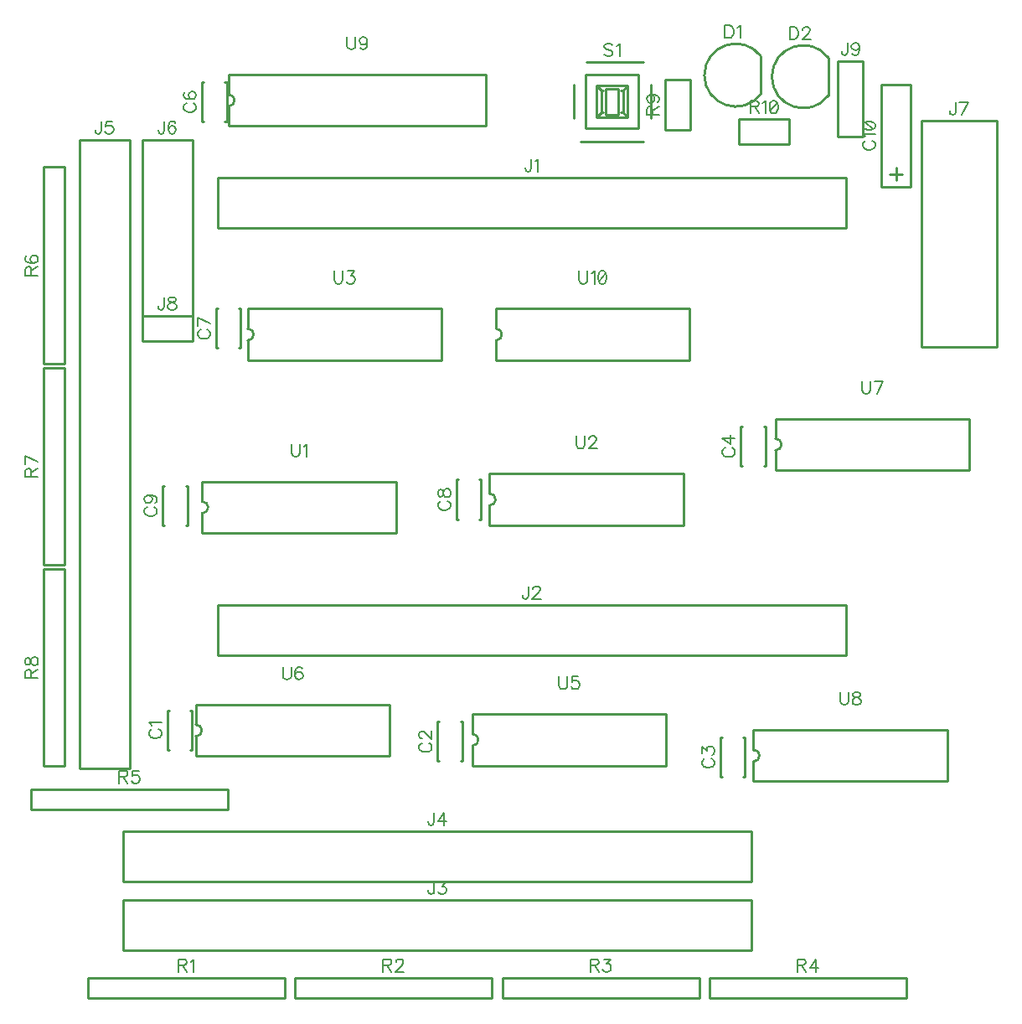
<source format=gto>
G04 DipTrace 2.3.1.0*
%INPERTEC-SCSI.GTO*%
%MOMM*%
%ADD10C,0.25*%
%ADD68C,0.196*%
%FSLAX53Y53*%
G04*
G71*
G90*
G75*
G01*
%LNTopSilk*%
%LPD*%
X31280Y96050D2*
D10*
X94780D1*
Y90970D1*
X31280D1*
Y96050D1*
Y52870D2*
X94780D1*
Y47790D1*
X31280D1*
Y52870D1*
X21755Y23025D2*
X85255D1*
Y17945D1*
X21755D1*
Y23025D1*
Y30010D2*
X85255D1*
Y24930D1*
X21755D1*
Y30010D1*
X22390Y99860D2*
Y36360D1*
X17310D1*
Y99860D1*
X22390D1*
X29732Y65299D2*
X49332D1*
Y60099D2*
Y65299D1*
X29732Y60099D2*
X49332D1*
X29732D2*
Y62099D1*
Y65299D2*
Y63298D1*
Y62099D2*
G03X29732Y63298I0J600D01*
G01*
X58786Y66092D2*
X78386D1*
Y60893D2*
Y66092D1*
X58786Y60893D2*
X78386D1*
X58786D2*
Y62893D1*
Y66092D2*
Y64092D1*
Y62893D2*
G03X58786Y64092I0J600D01*
G01*
X34336Y82763D2*
X53936D1*
Y77563D2*
Y82763D1*
X34336Y77563D2*
X53936D1*
X34336D2*
Y79563D1*
Y82763D2*
Y80763D1*
Y79563D2*
G03X34336Y80763I0J600D01*
G01*
X57040Y41801D2*
X76640D1*
Y36601D2*
Y41801D1*
X57040Y36601D2*
X76640D1*
X57040D2*
Y38602D1*
Y41801D2*
Y39801D1*
Y38602D2*
G03X57040Y39801I0J600D01*
G01*
X29100Y42760D2*
X48700D1*
Y37560D2*
Y42760D1*
X29100Y37560D2*
X48700D1*
X29100D2*
Y39560D1*
Y42760D2*
Y40760D1*
Y39560D2*
G03X29100Y40760I0J600D01*
G01*
X87682Y71649D2*
X107282D1*
Y66449D2*
Y71649D1*
X87682Y66449D2*
X107282D1*
X87682D2*
Y68450D1*
Y71649D2*
Y69649D1*
Y68450D2*
G03X87682Y69649I0J600D01*
G01*
X85459Y40213D2*
X105059D1*
Y35014D2*
Y40213D1*
X85459Y35014D2*
X105059D1*
X85459D2*
Y37014D1*
Y40213D2*
Y38213D1*
Y37014D2*
G03X85459Y38213I0J600D01*
G01*
X32406Y106419D2*
X58406D1*
Y101219D2*
Y106419D1*
X32406Y101219D2*
X58406D1*
X32406D2*
Y103220D1*
Y106419D2*
Y104419D1*
Y103220D2*
G03X32406Y104419I-2J600D01*
G01*
X28720Y38171D2*
X28540D1*
X26400D2*
X26220D1*
X26400Y42169D2*
X26220D1*
X28720D2*
X28540D1*
X26220Y38171D2*
Y42169D1*
X28720Y38171D2*
Y42169D1*
X56024Y37054D2*
X55844D1*
X53704D2*
X53524D1*
X53704Y41051D2*
X53524D1*
X56024D2*
X55844D1*
X53524Y37054D2*
Y41051D1*
X56024Y37054D2*
Y41051D1*
X84602Y35466D2*
X84422D1*
X82282D2*
X82102D1*
X82282Y39464D2*
X82102D1*
X84602D2*
X84422D1*
X82102Y35466D2*
Y39464D1*
X84602Y35466D2*
Y39464D1*
X84166Y70900D2*
X84346D1*
X86486D2*
X86666D1*
X86486Y66902D2*
X86666D1*
X84166D2*
X84346D1*
X86666Y70900D2*
Y66902D1*
X84166Y70900D2*
Y66902D1*
X29709Y105670D2*
X29889D1*
X32029D2*
X32209D1*
X32029Y101672D2*
X32209D1*
X29709D2*
X29889D1*
X32209Y105670D2*
Y101672D1*
X29709Y105670D2*
Y101672D1*
X31138Y82808D2*
X31318D1*
X33458D2*
X33638D1*
X33458Y78810D2*
X33638D1*
X31138D2*
X31318D1*
X33638Y82808D2*
Y78810D1*
X31138Y82808D2*
Y78810D1*
X57929Y61504D2*
X57749D1*
X55609D2*
X55429D1*
X55609Y65501D2*
X55429D1*
X57929D2*
X57749D1*
X55429Y61504D2*
Y65501D1*
X57929Y61504D2*
Y65501D1*
X28240Y60869D2*
X28060D1*
X25920D2*
X25740D1*
X25920Y64866D2*
X25740D1*
X28240D2*
X28060D1*
X25740Y60869D2*
Y64866D1*
X28240Y60869D2*
Y64866D1*
X28740Y99860D2*
X23660D1*
X28740Y82080D2*
X23660D1*
Y99860D1*
X28740Y82080D2*
Y99860D1*
X101360Y105413D2*
X98360D1*
X101360Y95107D2*
X98360D1*
X101360D2*
Y105413D1*
X98360Y95107D2*
Y105413D1*
X100490Y96365D2*
X99230D1*
X99860Y95735D2*
Y96995D1*
X18155Y15185D2*
X38055D1*
Y13085D1*
X18155D1*
Y15185D1*
X39110D2*
X59010D1*
Y13085D1*
X39110D1*
Y15185D1*
X60065D2*
X79965D1*
Y13085D1*
X60065D1*
Y15185D1*
X81020D2*
X100920D1*
Y13085D1*
X81020D1*
Y15185D1*
X12440Y34235D2*
X32340D1*
Y32135D1*
X12440D1*
Y34235D1*
X15820Y97110D2*
X13720D1*
Y77210D1*
X15820D1*
Y97110D1*
Y76790D2*
X13720D1*
Y56890D1*
X15820D1*
Y76790D1*
Y56470D2*
X13720D1*
Y36570D1*
X15820D1*
Y56470D1*
X102400Y101765D2*
Y78905D1*
X110020D2*
Y101765D1*
X102400Y78905D2*
X110020D1*
X102400Y101765D2*
X110020D1*
X28740Y79540D2*
Y82080D1*
X23660Y79540D2*
X28740D1*
X23660D2*
Y82080D1*
X28740D1*
X59421Y82763D2*
X79021D1*
Y77563D2*
Y82763D1*
X59421Y77563D2*
X79021D1*
X59421D2*
Y79563D1*
Y82763D2*
Y80763D1*
Y79563D2*
G03X59421Y80763I0J600D01*
G01*
X93990Y107799D2*
X96530D1*
Y100179D1*
X93990D2*
X96530D1*
X93990Y107799D2*
Y100179D1*
X86210Y108273D2*
Y104467D1*
X86204Y108281D2*
G03X86204Y104459I-2535J-1911D01*
G01*
X79065Y105888D2*
Y100817D1*
X76525D2*
X79065D1*
X76525Y105888D2*
Y100817D1*
Y105888D2*
X79065D1*
X93036Y108115D2*
Y104308D1*
X93031Y108122D2*
G03X93031Y104300I-2535J-1911D01*
G01*
X83993Y101924D2*
X89064D1*
Y99384D2*
Y101924D1*
X83993Y99384D2*
X89064D1*
X83993D2*
Y101924D1*
X67958Y99687D2*
X74358D1*
X68558Y107687D2*
X74358D1*
X67258Y105387D2*
Y101987D1*
X75058Y105387D2*
Y101987D1*
X68458Y106387D2*
X73858D1*
Y100987D1*
X68458D1*
Y106387D1*
X69558Y105287D2*
X72758D1*
Y102087D1*
X69558D1*
Y105287D1*
X70558Y104987D2*
X71758D1*
Y102387D1*
X70558D1*
Y104987D1*
X69558Y105287D2*
X70058Y104787D1*
X72258D2*
X72758Y105287D1*
X70058Y102587D2*
X69558Y102087D1*
X72258Y102587D2*
X72758Y102087D1*
X70058Y104787D2*
Y102587D1*
X70258D1*
X70058Y104787D2*
X70258D1*
X72258D2*
X72058D1*
X72258D2*
Y102587D1*
X72058D1*
X62986Y97910D2*
D68*
Y96939D1*
X62925Y96756D1*
X62864Y96696D1*
X62743Y96634D1*
X62621D1*
X62500Y96696D1*
X62440Y96756D1*
X62378Y96939D1*
Y97059D1*
X63378Y97666D2*
X63500Y97727D1*
X63682Y97909D1*
Y96634D1*
X62713Y54730D2*
Y53759D1*
X62652Y53576D1*
X62590Y53516D1*
X62470Y53454D1*
X62348D1*
X62227Y53516D1*
X62166Y53576D1*
X62105Y53759D1*
Y53879D1*
X63167Y54425D2*
Y54486D1*
X63227Y54608D1*
X63287Y54668D1*
X63409Y54729D1*
X63652D1*
X63773Y54668D1*
X63833Y54608D1*
X63895Y54486D1*
Y54365D1*
X63833Y54243D1*
X63713Y54062D1*
X63105Y53454D1*
X63955D1*
X53188Y24885D2*
Y23914D1*
X53127Y23731D1*
X53065Y23671D1*
X52945Y23609D1*
X52823D1*
X52702Y23671D1*
X52641Y23731D1*
X52580Y23914D1*
Y24034D1*
X53702Y24884D2*
X54369D1*
X54005Y24398D1*
X54188D1*
X54308Y24337D1*
X54369Y24277D1*
X54430Y24095D1*
Y23974D1*
X54369Y23791D1*
X54248Y23669D1*
X54065Y23609D1*
X53883D1*
X53702Y23669D1*
X53642Y23731D1*
X53580Y23852D1*
X53157Y31870D2*
Y30899D1*
X53097Y30716D1*
X53035Y30656D1*
X52915Y30594D1*
X52792D1*
X52672Y30656D1*
X52611Y30716D1*
X52550Y30899D1*
Y31019D1*
X54157Y30594D2*
Y31869D1*
X53550Y31019D1*
X54461D1*
X19533Y101720D2*
Y100749D1*
X19472Y100566D1*
X19410Y100506D1*
X19290Y100444D1*
X19168D1*
X19047Y100506D1*
X18986Y100566D1*
X18925Y100749D1*
Y100869D1*
X20653Y101719D2*
X20047D1*
X19987Y101172D1*
X20047Y101233D1*
X20229Y101295D1*
X20410D1*
X20593Y101233D1*
X20715Y101112D1*
X20775Y100930D1*
Y100809D1*
X20715Y100626D1*
X20593Y100504D1*
X20410Y100444D1*
X20229D1*
X20047Y100504D1*
X19987Y100566D1*
X19925Y100687D1*
X38758Y69109D2*
Y68197D1*
X38819Y68015D1*
X38941Y67894D1*
X39123Y67832D1*
X39244D1*
X39426Y67894D1*
X39549Y68015D1*
X39609Y68197D1*
Y69109D1*
X40001Y68864D2*
X40123Y68926D1*
X40306Y69107D1*
Y67832D1*
X67539Y69902D2*
Y68991D1*
X67600Y68809D1*
X67722Y68688D1*
X67904Y68626D1*
X68025D1*
X68208Y68688D1*
X68330Y68809D1*
X68390Y68991D1*
Y69902D1*
X68844Y69598D2*
Y69658D1*
X68904Y69780D1*
X68965Y69841D1*
X69087Y69901D1*
X69330D1*
X69451Y69841D1*
X69511Y69780D1*
X69573Y69658D1*
Y69537D1*
X69511Y69415D1*
X69390Y69234D1*
X68782Y68626D1*
X69633D1*
X43089Y86573D2*
Y85662D1*
X43150Y85479D1*
X43272Y85359D1*
X43454Y85297D1*
X43575D1*
X43758Y85359D1*
X43880Y85479D1*
X43940Y85662D1*
Y86573D1*
X44454Y86571D2*
X45121D1*
X44758Y86086D1*
X44940D1*
X45061Y86025D1*
X45121Y85965D1*
X45183Y85783D1*
Y85662D1*
X45121Y85479D1*
X45000Y85357D1*
X44818Y85297D1*
X44635D1*
X44454Y85357D1*
X44394Y85419D1*
X44332Y85540D1*
X65793Y45611D2*
Y44700D1*
X65853Y44518D1*
X65975Y44397D1*
X66158Y44335D1*
X66279D1*
X66461Y44397D1*
X66583Y44518D1*
X66644Y44700D1*
Y45611D1*
X67764Y45610D2*
X67158D1*
X67098Y45064D1*
X67158Y45124D1*
X67340Y45186D1*
X67522D1*
X67704Y45124D1*
X67826Y45003D1*
X67887Y44821D1*
Y44700D1*
X67826Y44518D1*
X67704Y44395D1*
X67522Y44335D1*
X67340D1*
X67158Y44395D1*
X67098Y44457D1*
X67036Y44578D1*
X37884Y46570D2*
Y45659D1*
X37945Y45476D1*
X38067Y45356D1*
X38249Y45294D1*
X38370D1*
X38552Y45356D1*
X38675Y45476D1*
X38735Y45659D1*
Y46570D1*
X39856Y46387D2*
X39795Y46508D1*
X39613Y46569D1*
X39492D1*
X39310Y46508D1*
X39187Y46326D1*
X39127Y46022D1*
Y45719D1*
X39187Y45476D1*
X39310Y45354D1*
X39492Y45294D1*
X39552D1*
X39734Y45354D1*
X39856Y45476D1*
X39916Y45659D1*
Y45719D1*
X39856Y45902D1*
X39734Y46022D1*
X39552Y46083D1*
X39492D1*
X39310Y46022D1*
X39187Y45902D1*
X39127Y45719D1*
X96435Y75459D2*
Y74548D1*
X96495Y74366D1*
X96617Y74245D1*
X96800Y74183D1*
X96921D1*
X97103Y74245D1*
X97225Y74366D1*
X97286Y74548D1*
Y75459D1*
X97921Y74183D2*
X98529Y75458D1*
X97678D1*
X94213Y44023D2*
Y43112D1*
X94273Y42930D1*
X94395Y42809D1*
X94578Y42747D1*
X94699D1*
X94881Y42809D1*
X95003Y42930D1*
X95064Y43112D1*
Y44023D1*
X95759Y44022D2*
X95578Y43962D1*
X95516Y43841D1*
Y43719D1*
X95578Y43598D1*
X95699Y43536D1*
X95942Y43476D1*
X96124Y43416D1*
X96245Y43293D1*
X96305Y43173D1*
Y42990D1*
X96245Y42869D1*
X96184Y42808D1*
X96002Y42747D1*
X95759D1*
X95578Y42808D1*
X95516Y42869D1*
X95456Y42990D1*
Y43173D1*
X95516Y43293D1*
X95638Y43416D1*
X95819Y43476D1*
X96062Y43536D1*
X96184Y43598D1*
X96245Y43719D1*
Y43841D1*
X96184Y43962D1*
X96002Y44022D1*
X95759D1*
X44389Y110229D2*
Y109318D1*
X44450Y109136D1*
X44572Y109015D1*
X44754Y108953D1*
X44875D1*
X45057Y109015D1*
X45180Y109136D1*
X45240Y109318D1*
Y110229D1*
X46422Y109804D2*
X46361Y109621D1*
X46240Y109499D1*
X46057Y109439D1*
X45997D1*
X45815Y109499D1*
X45694Y109621D1*
X45632Y109804D1*
Y109864D1*
X45694Y110047D1*
X45815Y110167D1*
X45997Y110228D1*
X46057D1*
X46240Y110167D1*
X46361Y110047D1*
X46422Y109804D1*
Y109499D1*
X46361Y109196D1*
X46240Y109013D1*
X46057Y108953D1*
X45937D1*
X45754Y109013D1*
X45694Y109136D1*
X24663Y40277D2*
X24543Y40217D1*
X24421Y40095D1*
X24360Y39974D1*
Y39731D1*
X24421Y39609D1*
X24543Y39488D1*
X24663Y39427D1*
X24846Y39366D1*
X25151D1*
X25332Y39427D1*
X25454Y39488D1*
X25575Y39609D1*
X25636Y39731D1*
Y39974D1*
X25575Y40095D1*
X25454Y40217D1*
X25332Y40277D1*
X24605Y40669D2*
X24543Y40792D1*
X24362Y40974D1*
X25636D1*
X51968Y38887D2*
X51847Y38826D1*
X51725Y38704D1*
X51664Y38583D1*
Y38341D1*
X51725Y38218D1*
X51847Y38098D1*
X51968Y38036D1*
X52150Y37976D1*
X52455D1*
X52636Y38036D1*
X52758Y38098D1*
X52879Y38218D1*
X52941Y38341D1*
Y38583D1*
X52879Y38704D1*
X52758Y38826D1*
X52636Y38887D1*
X51969Y39341D2*
X51909D1*
X51787Y39401D1*
X51726Y39461D1*
X51666Y39583D1*
Y39826D1*
X51726Y39947D1*
X51787Y40007D1*
X51909Y40069D1*
X52029D1*
X52152Y40007D1*
X52333Y39887D1*
X52941Y39279D1*
Y40130D1*
X80546Y37299D2*
X80425Y37239D1*
X80303Y37117D1*
X80242Y36996D1*
Y36753D1*
X80303Y36631D1*
X80425Y36510D1*
X80546Y36448D1*
X80728Y36388D1*
X81033D1*
X81214Y36448D1*
X81336Y36510D1*
X81457Y36631D1*
X81519Y36753D1*
Y36996D1*
X81457Y37117D1*
X81336Y37239D1*
X81214Y37299D1*
X80244Y37813D2*
Y38480D1*
X80730Y38117D1*
Y38299D1*
X80790Y38420D1*
X80850Y38480D1*
X81033Y38542D1*
X81154D1*
X81336Y38480D1*
X81458Y38359D1*
X81519Y38177D1*
Y37994D1*
X81458Y37813D1*
X81396Y37753D1*
X81276Y37691D1*
X82610Y68705D2*
X82489Y68645D1*
X82367Y68523D1*
X82306Y68402D1*
Y68159D1*
X82367Y68037D1*
X82489Y67916D1*
X82610Y67854D1*
X82792Y67794D1*
X83097D1*
X83278Y67854D1*
X83400Y67916D1*
X83521Y68037D1*
X83582Y68159D1*
Y68402D1*
X83521Y68523D1*
X83400Y68645D1*
X83278Y68705D1*
X83582Y69705D2*
X82308D1*
X83157Y69097D1*
Y70008D1*
X28153Y103536D2*
X28032Y103476D1*
X27910Y103354D1*
X27849Y103233D1*
Y102990D1*
X27910Y102868D1*
X28032Y102747D1*
X28153Y102685D1*
X28335Y102625D1*
X28640D1*
X28821Y102685D1*
X28943Y102747D1*
X29064Y102868D1*
X29126Y102990D1*
Y103233D1*
X29064Y103354D1*
X28943Y103476D1*
X28821Y103536D1*
X28032Y104657D2*
X27911Y104597D1*
X27851Y104414D1*
Y104293D1*
X27911Y104111D1*
X28094Y103989D1*
X28397Y103928D1*
X28700D1*
X28943Y103989D1*
X29065Y104111D1*
X29126Y104293D1*
Y104354D1*
X29065Y104535D1*
X28943Y104657D1*
X28761Y104717D1*
X28700D1*
X28518Y104657D1*
X28397Y104535D1*
X28337Y104354D1*
Y104293D1*
X28397Y104111D1*
X28518Y103989D1*
X28700Y103928D1*
X29582Y80643D2*
X29461Y80583D1*
X29339Y80460D1*
X29278Y80340D1*
Y80097D1*
X29339Y79975D1*
X29461Y79854D1*
X29582Y79792D1*
X29764Y79732D1*
X30069D1*
X30250Y79792D1*
X30372Y79854D1*
X30493Y79975D1*
X30554Y80097D1*
Y80340D1*
X30493Y80460D1*
X30372Y80583D1*
X30250Y80643D1*
X30554Y81278D2*
X29280Y81886D1*
Y81035D1*
X53873Y63337D2*
X53752Y63277D1*
X53630Y63155D1*
X53570Y63034D1*
Y62791D1*
X53630Y62669D1*
X53752Y62549D1*
X53873Y62487D1*
X54055Y62426D1*
X54360D1*
X54541Y62487D1*
X54663Y62549D1*
X54784Y62669D1*
X54846Y62791D1*
Y63034D1*
X54784Y63155D1*
X54663Y63277D1*
X54541Y63337D1*
X53571Y64033D2*
X53631Y63852D1*
X53752Y63790D1*
X53874D1*
X53995Y63852D1*
X54057Y63972D1*
X54117Y64215D1*
X54178Y64398D1*
X54300Y64519D1*
X54420Y64579D1*
X54603D1*
X54724Y64519D1*
X54785Y64458D1*
X54846Y64276D1*
Y64033D1*
X54785Y63852D1*
X54724Y63790D1*
X54603Y63730D1*
X54420D1*
X54300Y63790D1*
X54178Y63912D1*
X54117Y64093D1*
X54057Y64336D1*
X53995Y64458D1*
X53874Y64519D1*
X53752D1*
X53631Y64458D1*
X53571Y64276D1*
Y64033D1*
X24183Y62732D2*
X24063Y62672D1*
X23941Y62549D1*
X23880Y62429D1*
Y62186D1*
X23941Y62064D1*
X24063Y61943D1*
X24183Y61881D1*
X24366Y61821D1*
X24671D1*
X24852Y61881D1*
X24974Y61943D1*
X25095Y62064D1*
X25156Y62186D1*
Y62429D1*
X25095Y62549D1*
X24974Y62672D1*
X24852Y62732D1*
X24306Y63914D2*
X24488Y63853D1*
X24610Y63732D1*
X24671Y63549D1*
Y63489D1*
X24610Y63307D1*
X24488Y63186D1*
X24306Y63124D1*
X24245D1*
X24063Y63186D1*
X23942Y63307D1*
X23882Y63489D1*
Y63549D1*
X23942Y63732D1*
X24063Y63853D1*
X24306Y63914D1*
X24610D1*
X24913Y63853D1*
X25096Y63732D1*
X25156Y63549D1*
Y63429D1*
X25096Y63246D1*
X24974Y63186D1*
X25913Y101720D2*
Y100749D1*
X25853Y100566D1*
X25791Y100506D1*
X25671Y100444D1*
X25548D1*
X25428Y100506D1*
X25367Y100566D1*
X25306Y100749D1*
Y100869D1*
X27034Y101537D2*
X26974Y101658D1*
X26791Y101719D1*
X26671D1*
X26488Y101658D1*
X26366Y101476D1*
X26306Y101172D1*
Y100869D1*
X26366Y100626D1*
X26488Y100504D1*
X26671Y100444D1*
X26731D1*
X26912Y100504D1*
X27034Y100626D1*
X27095Y100809D1*
Y100869D1*
X27034Y101052D1*
X26912Y101172D1*
X26731Y101233D1*
X26671D1*
X26488Y101172D1*
X26366Y101052D1*
X26306Y100869D1*
X96803Y99746D2*
X96683Y99685D1*
X96561Y99563D1*
X96500Y99443D1*
Y99200D1*
X96561Y99078D1*
X96683Y98957D1*
X96803Y98895D1*
X96986Y98835D1*
X97291D1*
X97472Y98895D1*
X97594Y98957D1*
X97715Y99078D1*
X97776Y99200D1*
Y99443D1*
X97715Y99563D1*
X97594Y99685D1*
X97472Y99746D1*
X96745Y100138D2*
X96683Y100260D1*
X96502Y100443D1*
X97776D1*
X96502Y101200D2*
X96562Y101017D1*
X96745Y100895D1*
X97048Y100835D1*
X97230D1*
X97533Y100895D1*
X97716Y101017D1*
X97776Y101200D1*
Y101320D1*
X97716Y101503D1*
X97533Y101624D1*
X97230Y101685D1*
X97048D1*
X96745Y101624D1*
X96562Y101503D1*
X96502Y101320D1*
Y101200D1*
X96745Y101624D2*
X97533Y100895D1*
X27331Y16437D2*
X27877D1*
X28060Y16499D1*
X28122Y16559D1*
X28182Y16680D1*
Y16802D1*
X28122Y16923D1*
X28060Y16985D1*
X27877Y17045D1*
X27331D1*
Y15769D1*
X27757Y16437D2*
X28182Y15769D1*
X28574Y16801D2*
X28696Y16862D1*
X28879Y17044D1*
Y15769D1*
X48013Y16437D2*
X48559D1*
X48742Y16499D1*
X48804Y16559D1*
X48864Y16680D1*
Y16802D1*
X48804Y16923D1*
X48742Y16985D1*
X48559Y17045D1*
X48013D1*
Y15769D1*
X48439Y16437D2*
X48864Y15769D1*
X49318Y16740D2*
Y16801D1*
X49378Y16923D1*
X49439Y16983D1*
X49561Y17044D1*
X49804D1*
X49924Y16983D1*
X49985Y16923D1*
X50047Y16801D1*
Y16680D1*
X49985Y16558D1*
X49864Y16377D1*
X49256Y15769D1*
X50107D1*
X68968Y16437D2*
X69514D1*
X69697Y16499D1*
X69759Y16559D1*
X69819Y16680D1*
Y16802D1*
X69759Y16923D1*
X69697Y16985D1*
X69514Y17045D1*
X68968D1*
Y15769D1*
X69394Y16437D2*
X69819Y15769D1*
X70333Y17044D2*
X71000D1*
X70637Y16558D1*
X70819D1*
X70940Y16497D1*
X71000Y16437D1*
X71062Y16255D1*
Y16134D1*
X71000Y15951D1*
X70879Y15829D1*
X70697Y15769D1*
X70514D1*
X70333Y15829D1*
X70273Y15891D1*
X70211Y16012D1*
X89893Y16437D2*
X90439D1*
X90622Y16499D1*
X90683Y16559D1*
X90744Y16680D1*
Y16802D1*
X90683Y16923D1*
X90622Y16985D1*
X90439Y17045D1*
X89893D1*
Y15769D1*
X90318Y16437D2*
X90744Y15769D1*
X91744D2*
Y17044D1*
X91136Y16194D1*
X92047D1*
X21343Y35487D2*
X21889D1*
X22072Y35549D1*
X22134Y35609D1*
X22194Y35730D1*
Y35852D1*
X22134Y35973D1*
X22072Y36035D1*
X21889Y36095D1*
X21343D1*
Y34819D1*
X21769Y35487D2*
X22194Y34819D1*
X23315Y36094D2*
X22708D1*
X22648Y35547D1*
X22708Y35608D1*
X22891Y35670D1*
X23072D1*
X23254Y35608D1*
X23377Y35487D1*
X23437Y35305D1*
Y35184D1*
X23377Y35001D1*
X23254Y34879D1*
X23072Y34819D1*
X22891D1*
X22708Y34879D1*
X22648Y34941D1*
X22586Y35062D1*
X12468Y86144D2*
Y86690D1*
X12406Y86873D1*
X12346Y86935D1*
X12225Y86995D1*
X12103D1*
X11982Y86935D1*
X11921Y86873D1*
X11860Y86690D1*
Y86144D1*
X13136D1*
X12468Y86570D2*
X13136Y86995D1*
X12043Y88116D2*
X11922Y88055D1*
X11862Y87873D1*
Y87752D1*
X11922Y87570D1*
X12105Y87447D1*
X12408Y87387D1*
X12711D1*
X12954Y87447D1*
X13076Y87570D1*
X13136Y87752D1*
Y87812D1*
X13076Y87994D1*
X12954Y88116D1*
X12771Y88176D1*
X12711D1*
X12528Y88116D1*
X12408Y87994D1*
X12347Y87812D1*
Y87752D1*
X12408Y87570D1*
X12528Y87447D1*
X12711Y87387D1*
X12468Y65793D2*
Y66339D1*
X12406Y66522D1*
X12346Y66584D1*
X12225Y66644D1*
X12103D1*
X11982Y66584D1*
X11921Y66522D1*
X11860Y66339D1*
Y65793D1*
X13136D1*
X12468Y66219D2*
X13136Y66644D1*
Y67279D2*
X11862Y67887D1*
Y67036D1*
X12468Y45474D2*
Y46020D1*
X12406Y46203D1*
X12346Y46264D1*
X12225Y46325D1*
X12103D1*
X11982Y46264D1*
X11921Y46203D1*
X11860Y46020D1*
Y45474D1*
X13136D1*
X12468Y45899D2*
X13136Y46325D1*
X11862Y47020D2*
X11922Y46839D1*
X12043Y46777D1*
X12165D1*
X12286Y46839D1*
X12347Y46960D1*
X12408Y47203D1*
X12468Y47385D1*
X12590Y47506D1*
X12711Y47566D1*
X12893D1*
X13014Y47506D1*
X13076Y47445D1*
X13136Y47263D1*
Y47020D1*
X13076Y46839D1*
X13014Y46777D1*
X12893Y46717D1*
X12711D1*
X12590Y46777D1*
X12468Y46899D1*
X12408Y47080D1*
X12347Y47323D1*
X12286Y47445D1*
X12165Y47506D1*
X12043D1*
X11922Y47445D1*
X11862Y47263D1*
Y47020D1*
X105893Y103625D2*
Y102654D1*
X105832Y102471D1*
X105770Y102411D1*
X105650Y102349D1*
X105528D1*
X105407Y102411D1*
X105346Y102471D1*
X105285Y102654D1*
Y102774D1*
X106528Y102349D2*
X107135Y103624D1*
X106285D1*
X25883Y83940D2*
Y82969D1*
X25823Y82786D1*
X25761Y82726D1*
X25640Y82664D1*
X25518D1*
X25398Y82726D1*
X25337Y82786D1*
X25275Y82969D1*
Y83089D1*
X26579Y83939D2*
X26398Y83878D1*
X26336Y83757D1*
Y83635D1*
X26398Y83515D1*
X26518Y83453D1*
X26761Y83392D1*
X26944Y83332D1*
X27064Y83210D1*
X27125Y83089D1*
Y82907D1*
X27064Y82786D1*
X27004Y82724D1*
X26822Y82664D1*
X26579D1*
X26398Y82724D1*
X26336Y82786D1*
X26275Y82907D1*
Y83089D1*
X26336Y83210D1*
X26458Y83332D1*
X26639Y83392D1*
X26882Y83453D1*
X27004Y83515D1*
X27064Y83635D1*
Y83757D1*
X27004Y83878D1*
X26822Y83939D1*
X26579D1*
X67826Y86573D2*
Y85662D1*
X67886Y85479D1*
X68009Y85359D1*
X68191Y85297D1*
X68312D1*
X68494Y85359D1*
X68616Y85479D1*
X68677Y85662D1*
Y86573D1*
X69069Y86329D2*
X69191Y86390D1*
X69374Y86571D1*
Y85297D1*
X70131Y86571D2*
X69948Y86511D1*
X69826Y86329D1*
X69766Y86025D1*
Y85843D1*
X69826Y85540D1*
X69948Y85357D1*
X70131Y85297D1*
X70251D1*
X70434Y85357D1*
X70555Y85540D1*
X70616Y85843D1*
Y86025D1*
X70555Y86329D1*
X70434Y86511D1*
X70251Y86571D1*
X70131D1*
X70555Y86329D2*
X69826Y85540D1*
X94972Y109659D2*
Y108687D1*
X94912Y108505D1*
X94850Y108444D1*
X94730Y108382D1*
X94607D1*
X94487Y108444D1*
X94426Y108505D1*
X94365Y108687D1*
Y108808D1*
X96155Y109233D2*
X96093Y109051D1*
X95972Y108929D1*
X95790Y108868D1*
X95730D1*
X95547Y108929D1*
X95426Y109051D1*
X95365Y109233D1*
Y109294D1*
X95426Y109476D1*
X95547Y109597D1*
X95730Y109657D1*
X95790D1*
X95972Y109597D1*
X96093Y109476D1*
X96155Y109233D1*
Y108929D1*
X96093Y108625D1*
X95972Y108443D1*
X95790Y108382D1*
X95669D1*
X95487Y108443D1*
X95426Y108565D1*
X82578Y111404D2*
Y110128D1*
X83004D1*
X83186Y110190D1*
X83308Y110311D1*
X83369Y110433D1*
X83429Y110614D1*
Y110919D1*
X83369Y111101D1*
X83308Y111222D1*
X83186Y111344D1*
X83004Y111404D1*
X82578D1*
X83821Y111160D2*
X83943Y111222D1*
X84126Y111403D1*
Y110128D1*
X75273Y102336D2*
Y102882D1*
X75212Y103065D1*
X75151Y103127D1*
X75031Y103187D1*
X74908D1*
X74788Y103127D1*
X74726Y103065D1*
X74666Y102882D1*
Y102336D1*
X75942D1*
X75273Y102762D2*
X75942Y103187D1*
X75091Y104369D2*
X75273Y104308D1*
X75396Y104187D1*
X75456Y104004D1*
Y103944D1*
X75396Y103762D1*
X75273Y103641D1*
X75091Y103579D1*
X75031D1*
X74848Y103641D1*
X74727Y103762D1*
X74667Y103944D1*
Y104004D1*
X74727Y104187D1*
X74848Y104308D1*
X75091Y104369D1*
X75396D1*
X75699Y104308D1*
X75881Y104187D1*
X75942Y104004D1*
Y103884D1*
X75881Y103701D1*
X75759Y103641D1*
X89132Y111246D2*
Y109969D1*
X89558D1*
X89740Y110031D1*
X89862Y110152D1*
X89923Y110274D1*
X89983Y110455D1*
Y110760D1*
X89923Y110942D1*
X89862Y111063D1*
X89740Y111185D1*
X89558Y111246D1*
X89132D1*
X90437Y110941D2*
Y111001D1*
X90497Y111123D1*
X90558Y111184D1*
X90680Y111244D1*
X90923D1*
X91043Y111184D1*
X91104Y111123D1*
X91165Y111001D1*
Y110881D1*
X91104Y110758D1*
X90983Y110577D1*
X90375Y109969D1*
X91226D1*
X85133Y103176D2*
X85679D1*
X85862Y103238D1*
X85923Y103298D1*
X85984Y103419D1*
Y103541D1*
X85923Y103662D1*
X85862Y103724D1*
X85679Y103784D1*
X85133D1*
Y102508D1*
X85558Y103176D2*
X85984Y102508D1*
X86376Y103540D2*
X86498Y103602D1*
X86680Y103783D1*
Y102508D1*
X87438Y103783D2*
X87255Y103722D1*
X87133Y103540D1*
X87073Y103237D1*
Y103054D1*
X87133Y102751D1*
X87255Y102568D1*
X87438Y102508D1*
X87558D1*
X87741Y102568D1*
X87862Y102751D1*
X87923Y103054D1*
Y103237D1*
X87862Y103540D1*
X87741Y103722D1*
X87558Y103783D1*
X87438D1*
X87862Y103540D2*
X87133Y102751D1*
X71235Y109365D2*
X71114Y109487D1*
X70932Y109547D1*
X70689D1*
X70506Y109487D1*
X70384Y109365D1*
Y109244D1*
X70446Y109122D1*
X70506Y109062D1*
X70627Y109001D1*
X70992Y108879D1*
X71114Y108819D1*
X71175Y108757D1*
X71235Y108636D1*
Y108454D1*
X71114Y108333D1*
X70932Y108271D1*
X70689D1*
X70506Y108333D1*
X70384Y108454D1*
X71627Y109303D2*
X71749Y109365D1*
X71932Y109546D1*
Y108271D1*
M02*

</source>
